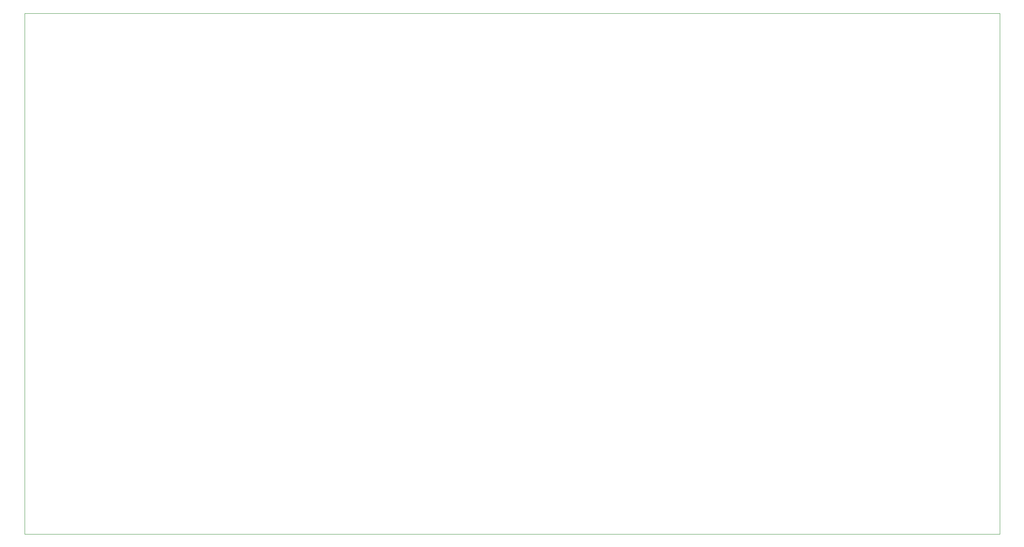
<source format=gbr>
G04*
G04 #@! TF.GenerationSoftware,Altium Limited,Altium Designer,22.4.2 (48)*
G04*
G04 Layer_Color=0*
%FSLAX25Y25*%
%MOIN*%
G70*
G04*
G04 #@! TF.SameCoordinates,2DCEC4E4-29E6-4739-8FF7-65C193B2F985*
G04*
G04*
G04 #@! TF.FilePolarity,Positive*
G04*
G01*
G75*
%ADD172C,0.00100*%
D172*
X0Y0D02*
X805000D01*
Y430000D01*
X0D01*
Y0D01*
M02*

</source>
